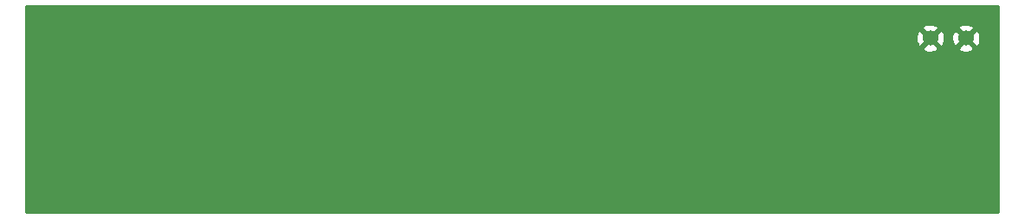
<source format=gbr>
G04 #@! TF.GenerationSoftware,KiCad,Pcbnew,5.1.2-f72e74a~84~ubuntu18.04.1*
G04 #@! TF.CreationDate,2019-12-04T15:30:54+01:00*
G04 #@! TF.ProjectId,RO4350B_proto,524f3433-3530-4425-9f70-726f746f2e6b,rev?*
G04 #@! TF.SameCoordinates,Original*
G04 #@! TF.FileFunction,Copper,L2,Bot*
G04 #@! TF.FilePolarity,Positive*
%FSLAX46Y46*%
G04 Gerber Fmt 4.6, Leading zero omitted, Abs format (unit mm)*
G04 Created by KiCad (PCBNEW 5.1.2-f72e74a~84~ubuntu18.04.1) date 2019-12-04 15:30:54*
%MOMM*%
%LPD*%
G04 APERTURE LIST*
%ADD10C,1.524000*%
%ADD11C,0.800000*%
%ADD12C,0.254000*%
G04 APERTURE END LIST*
D10*
X161290000Y-97790000D03*
X157790000Y-97790000D03*
D11*
X162560000Y-111760000D03*
X161290000Y-111760000D03*
X160020000Y-111760000D03*
X162560000Y-106680000D03*
X161290000Y-106680000D03*
X160020000Y-106680000D03*
X72390000Y-102870000D03*
X71120000Y-102870000D03*
X69850000Y-102870000D03*
X72390000Y-97790000D03*
X71120000Y-97790000D03*
X69850000Y-97790000D03*
D12*
G36*
X164440001Y-114910000D02*
G01*
X69240000Y-114910000D01*
X69240000Y-98755565D01*
X157004040Y-98755565D01*
X157071020Y-98995656D01*
X157320048Y-99112756D01*
X157587135Y-99179023D01*
X157862017Y-99191910D01*
X158134133Y-99150922D01*
X158393023Y-99057636D01*
X158508980Y-98995656D01*
X158575960Y-98755565D01*
X160504040Y-98755565D01*
X160571020Y-98995656D01*
X160820048Y-99112756D01*
X161087135Y-99179023D01*
X161362017Y-99191910D01*
X161634133Y-99150922D01*
X161893023Y-99057636D01*
X162008980Y-98995656D01*
X162075960Y-98755565D01*
X161290000Y-97969605D01*
X160504040Y-98755565D01*
X158575960Y-98755565D01*
X157790000Y-97969605D01*
X157004040Y-98755565D01*
X69240000Y-98755565D01*
X69240000Y-97862017D01*
X156388090Y-97862017D01*
X156429078Y-98134133D01*
X156522364Y-98393023D01*
X156584344Y-98508980D01*
X156824435Y-98575960D01*
X157610395Y-97790000D01*
X157969605Y-97790000D01*
X158755565Y-98575960D01*
X158995656Y-98508980D01*
X159112756Y-98259952D01*
X159179023Y-97992865D01*
X159185157Y-97862017D01*
X159888090Y-97862017D01*
X159929078Y-98134133D01*
X160022364Y-98393023D01*
X160084344Y-98508980D01*
X160324435Y-98575960D01*
X161110395Y-97790000D01*
X161469605Y-97790000D01*
X162255565Y-98575960D01*
X162495656Y-98508980D01*
X162612756Y-98259952D01*
X162679023Y-97992865D01*
X162691910Y-97717983D01*
X162650922Y-97445867D01*
X162557636Y-97186977D01*
X162495656Y-97071020D01*
X162255565Y-97004040D01*
X161469605Y-97790000D01*
X161110395Y-97790000D01*
X160324435Y-97004040D01*
X160084344Y-97071020D01*
X159967244Y-97320048D01*
X159900977Y-97587135D01*
X159888090Y-97862017D01*
X159185157Y-97862017D01*
X159191910Y-97717983D01*
X159150922Y-97445867D01*
X159057636Y-97186977D01*
X158995656Y-97071020D01*
X158755565Y-97004040D01*
X157969605Y-97790000D01*
X157610395Y-97790000D01*
X156824435Y-97004040D01*
X156584344Y-97071020D01*
X156467244Y-97320048D01*
X156400977Y-97587135D01*
X156388090Y-97862017D01*
X69240000Y-97862017D01*
X69240000Y-96824435D01*
X157004040Y-96824435D01*
X157790000Y-97610395D01*
X158575960Y-96824435D01*
X160504040Y-96824435D01*
X161290000Y-97610395D01*
X162075960Y-96824435D01*
X162008980Y-96584344D01*
X161759952Y-96467244D01*
X161492865Y-96400977D01*
X161217983Y-96388090D01*
X160945867Y-96429078D01*
X160686977Y-96522364D01*
X160571020Y-96584344D01*
X160504040Y-96824435D01*
X158575960Y-96824435D01*
X158508980Y-96584344D01*
X158259952Y-96467244D01*
X157992865Y-96400977D01*
X157717983Y-96388090D01*
X157445867Y-96429078D01*
X157186977Y-96522364D01*
X157071020Y-96584344D01*
X157004040Y-96824435D01*
X69240000Y-96824435D01*
X69240000Y-94640000D01*
X164440000Y-94640000D01*
X164440001Y-114910000D01*
X164440001Y-114910000D01*
G37*
X164440001Y-114910000D02*
X69240000Y-114910000D01*
X69240000Y-98755565D01*
X157004040Y-98755565D01*
X157071020Y-98995656D01*
X157320048Y-99112756D01*
X157587135Y-99179023D01*
X157862017Y-99191910D01*
X158134133Y-99150922D01*
X158393023Y-99057636D01*
X158508980Y-98995656D01*
X158575960Y-98755565D01*
X160504040Y-98755565D01*
X160571020Y-98995656D01*
X160820048Y-99112756D01*
X161087135Y-99179023D01*
X161362017Y-99191910D01*
X161634133Y-99150922D01*
X161893023Y-99057636D01*
X162008980Y-98995656D01*
X162075960Y-98755565D01*
X161290000Y-97969605D01*
X160504040Y-98755565D01*
X158575960Y-98755565D01*
X157790000Y-97969605D01*
X157004040Y-98755565D01*
X69240000Y-98755565D01*
X69240000Y-97862017D01*
X156388090Y-97862017D01*
X156429078Y-98134133D01*
X156522364Y-98393023D01*
X156584344Y-98508980D01*
X156824435Y-98575960D01*
X157610395Y-97790000D01*
X157969605Y-97790000D01*
X158755565Y-98575960D01*
X158995656Y-98508980D01*
X159112756Y-98259952D01*
X159179023Y-97992865D01*
X159185157Y-97862017D01*
X159888090Y-97862017D01*
X159929078Y-98134133D01*
X160022364Y-98393023D01*
X160084344Y-98508980D01*
X160324435Y-98575960D01*
X161110395Y-97790000D01*
X161469605Y-97790000D01*
X162255565Y-98575960D01*
X162495656Y-98508980D01*
X162612756Y-98259952D01*
X162679023Y-97992865D01*
X162691910Y-97717983D01*
X162650922Y-97445867D01*
X162557636Y-97186977D01*
X162495656Y-97071020D01*
X162255565Y-97004040D01*
X161469605Y-97790000D01*
X161110395Y-97790000D01*
X160324435Y-97004040D01*
X160084344Y-97071020D01*
X159967244Y-97320048D01*
X159900977Y-97587135D01*
X159888090Y-97862017D01*
X159185157Y-97862017D01*
X159191910Y-97717983D01*
X159150922Y-97445867D01*
X159057636Y-97186977D01*
X158995656Y-97071020D01*
X158755565Y-97004040D01*
X157969605Y-97790000D01*
X157610395Y-97790000D01*
X156824435Y-97004040D01*
X156584344Y-97071020D01*
X156467244Y-97320048D01*
X156400977Y-97587135D01*
X156388090Y-97862017D01*
X69240000Y-97862017D01*
X69240000Y-96824435D01*
X157004040Y-96824435D01*
X157790000Y-97610395D01*
X158575960Y-96824435D01*
X160504040Y-96824435D01*
X161290000Y-97610395D01*
X162075960Y-96824435D01*
X162008980Y-96584344D01*
X161759952Y-96467244D01*
X161492865Y-96400977D01*
X161217983Y-96388090D01*
X160945867Y-96429078D01*
X160686977Y-96522364D01*
X160571020Y-96584344D01*
X160504040Y-96824435D01*
X158575960Y-96824435D01*
X158508980Y-96584344D01*
X158259952Y-96467244D01*
X157992865Y-96400977D01*
X157717983Y-96388090D01*
X157445867Y-96429078D01*
X157186977Y-96522364D01*
X157071020Y-96584344D01*
X157004040Y-96824435D01*
X69240000Y-96824435D01*
X69240000Y-94640000D01*
X164440000Y-94640000D01*
X164440001Y-114910000D01*
M02*

</source>
